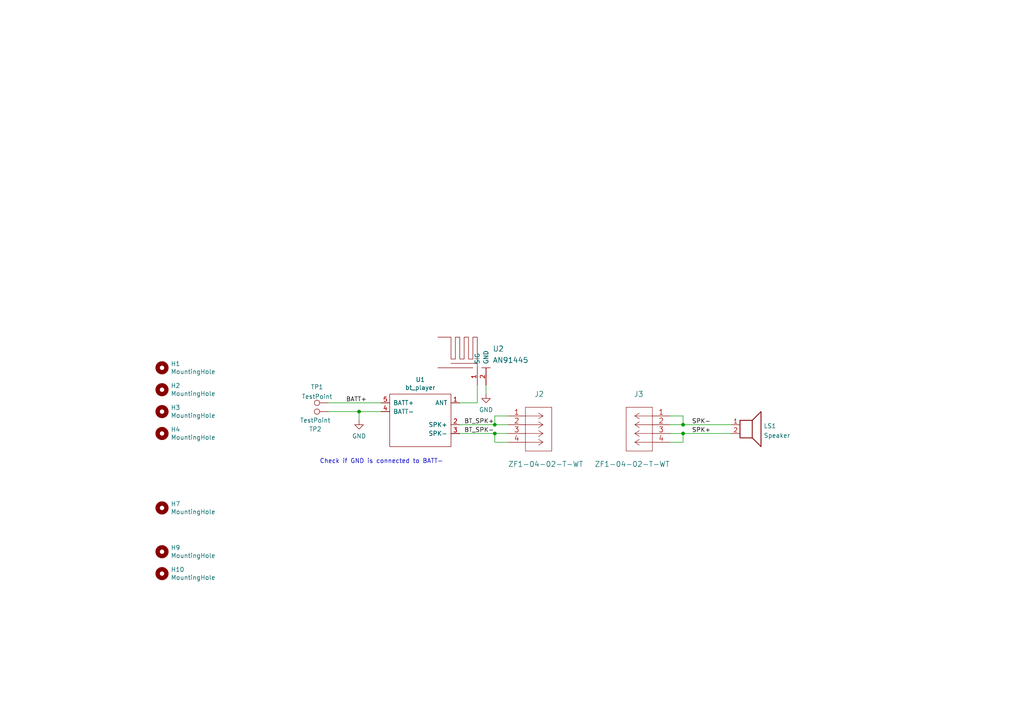
<source format=kicad_sch>
(kicad_sch (version 20211123) (generator eeschema)
  (paper "A4")
  (lib_symbols
    (symbol "Antennas:AN91445" (pin_names (offset 1.016))
      (property "Reference" "U" (at 1.27 8.89 0))
      (property "Value" "AN91445" (at 8.89 8.89 0))
      (symbol "AN91445_0_1"
        (polyline (pts (xy -1.27 -1.27) (xy -3.81 -1.27)))
        (polyline (pts (xy 0 0) (xy 0 -1.27)))
        (polyline (pts (xy 0 0) (xy 7.62 0)))
        (polyline (pts (xy 1.27 -1.27) (xy 11.43 -1.27)))
        (polyline (pts (xy 0 0) (xy 0 7.62) (xy 1.27 7.62) (xy 1.27 1.27) (xy 2.54 1.27) (xy 2.54 7.62) (xy 3.81 7.62) (xy 3.81 1.27) (xy 5.08 1.27) (xy 5.08 7.62) (xy 6.35 7.62) (xy 6.35 1.27) (xy 7.62 1.27) (xy 7.62 7.62) (xy 11.43 7.62)))
      )
      (symbol "AN91445_1_1"
        (pin input line (at 0 -6.35 90) (length 5.08) (name "SIG") (number "1"))
        (pin input line (at -2.54 -6.35 90) (length 5.08) (name "GND") (number "2"))
      )
    )
    (symbol "Connector:TestPoint" (pin_numbers hide) (pin_names (offset 0.762) hide)
      (property "Reference" "TP" (at 0 6.858 0))
      (property "Value" "TestPoint" (at 0 5.08 0))
      (symbol "TestPoint_0_1"
        (circle (center 0 3.302) (radius 0.762))
      )
      (symbol "TestPoint_1_1"
        (pin passive line (at 0 0 90) (length 2.54) (name "1") (number "1"))
      )
    )
    (symbol "Connector_Samtec_ZF1:ZF1-04-02-T-WT" (pin_names (offset 0.254) hide)
      (property "Reference" "J" (at 8.89 6.35 0))
      (property "Value" "ZF1-04-02-T-WT" (at 10.16 -5.08 0))
      (symbol "ZF1-04-02-T-WT_1_1"
        (polyline (pts (xy 5.08 -10.16) (xy 12.7 -10.16)) (stroke (width 0.127)))
        (polyline (pts (xy 5.08 2.54) (xy 5.08 -10.16)) (stroke (width 0.127)))
        (polyline (pts (xy 10.16 -7.62) (xy 5.08 -7.62)) (stroke (width 0.127)))
        (polyline (pts (xy 10.16 -7.62) (xy 8.89 -8.4582)) (stroke (width 0.127)))
        (polyline (pts (xy 10.16 -7.62) (xy 8.89 -6.7818)) (stroke (width 0.127)))
        (polyline (pts (xy 10.16 -5.08) (xy 5.08 -5.08)) (stroke (width 0.127)))
        (polyline (pts (xy 10.16 -5.08) (xy 8.89 -5.9182)) (stroke (width 0.127)))
        (polyline (pts (xy 10.16 -5.08) (xy 8.89 -4.2418)) (stroke (width 0.127)))
        (polyline (pts (xy 10.16 -2.54) (xy 5.08 -2.54)) (stroke (width 0.127)))
        (polyline (pts (xy 10.16 -2.54) (xy 8.89 -3.3782)) (stroke (width 0.127)))
        (polyline (pts (xy 10.16 -2.54) (xy 8.89 -1.7018)) (stroke (width 0.127)))
        (polyline (pts (xy 10.16 0) (xy 5.08 0)) (stroke (width 0.127)))
        (polyline (pts (xy 10.16 0) (xy 8.89 -0.8382)) (stroke (width 0.127)))
        (polyline (pts (xy 10.16 0) (xy 8.89 0.8382)) (stroke (width 0.127)))
        (polyline (pts (xy 12.7 -10.16) (xy 12.7 2.54)) (stroke (width 0.127)))
        (polyline (pts (xy 12.7 2.54) (xy 5.08 2.54)) (stroke (width 0.127)))
        (pin unspecified line (at 0 0 0) (length 5.08) (name "1") (number "1"))
        (pin unspecified line (at 0 -2.54 0) (length 5.08) (name "2") (number "2"))
        (pin unspecified line (at 0 -5.08 0) (length 5.08) (name "3") (number "3"))
        (pin unspecified line (at 0 -7.62 0) (length 5.08) (name "4") (number "4"))
      )
    )
    (symbol "Device:Speaker" (pin_names (offset 0) hide)
      (property "Reference" "LS" (at 1.27 5.715 0))
      (property "Value" "Speaker" (at 1.27 3.81 0))
      (symbol "Speaker_0_0"
        (rectangle (start -2.54 1.27) (end 1.016 -3.81) (stroke (width 0.254)))
        (polyline (pts (xy 1.016 1.27) (xy 3.556 3.81) (xy 3.556 -6.35) (xy 1.016 -3.81)) (stroke (width 0.254)))
      )
      (symbol "Speaker_1_1"
        (pin input line (at -5.08 0 0) (length 2.54) (name "1") (number "1"))
        (pin input line (at -5.08 -2.54 0) (length 2.54) (name "2") (number "2"))
      )
    )
    (symbol "Device:bt_player" (pin_names (offset 1.016))
      (property "Reference" "U" (at -1.27 6.35 0))
      (property "Value" "Device_bt_player" (at -1.27 -11.43 0))
      (symbol "bt_player_0_1"
        (rectangle (start -13.97 5.08) (end 3.81 -10.16))
      )
      (symbol "bt_player_1_1"
        (pin input line (at 6.35 2.54 180) (length 2.54) (name "ANT") (number "1"))
        (pin input line (at 6.35 -3.81 180) (length 2.54) (name "SPK+") (number "2"))
        (pin input line (at 6.35 -6.35 180) (length 2.54) (name "SPK-") (number "3"))
        (pin input line (at -16.51 0 0) (length 2.54) (name "BATT-") (number "4"))
        (pin input line (at -16.51 2.54 0) (length 2.54) (name "BATT+") (number "5"))
      )
    )
    (symbol "Mechanical:MountingHole" (pin_names (offset 1.016))
      (property "Reference" "H" (at 0 5.08 0))
      (property "Value" "MountingHole" (at 0 3.175 0))
      (symbol "MountingHole_0_1"
        (circle (center 0 0) (radius 1.27) (stroke (width 1.27)))
      )
    )
    (symbol "power:GND" (power) (pin_names (offset 0))
      (property "Value" "GND" (at 0 -3.81 0))
      (symbol "GND_0_1"
        (polyline (pts (xy 0 0) (xy 0 -1.27) (xy 1.27 -1.27) (xy 0 -2.54) (xy -1.27 -1.27) (xy 0 -1.27)))
      )
      (symbol "GND_1_1"
        (pin power_in line (at 0 0 270) (length 0) hide (name "GND") (number "1"))
      )
    )
  )
  (junction (at 143.51 123.19))
  (junction (at 198.12 125.73))
  (junction (at 143.51 125.73))
  (junction (at 104.14 119.38))
  (junction (at 198.12 123.19))
  (wire (pts (xy 143.51 125.73) (xy 147.32 125.73)))
  (wire (pts (xy 140.97 111.76) (xy 140.97 114.3)))
  (wire (pts (xy 194.31 120.65) (xy 198.12 120.65)))
  (wire (pts (xy 198.12 128.27) (xy 198.12 125.73)))
  (wire (pts (xy 194.31 128.27) (xy 198.12 128.27)))
  (wire (pts (xy 143.51 128.27) (xy 143.51 125.73)))
  (wire (pts (xy 198.12 123.19) (xy 212.09 123.19)))
  (wire (pts (xy 95.25 116.84) (xy 110.49 116.84)))
  (wire (pts (xy 138.43 111.76) (xy 138.43 116.84)))
  (wire (pts (xy 138.43 116.84) (xy 133.35 116.84)))
  (wire (pts (xy 194.31 125.73) (xy 198.12 125.73)))
  (wire (pts (xy 133.35 123.19) (xy 143.51 123.19)))
  (wire (pts (xy 133.35 125.73) (xy 143.51 125.73)))
  (wire (pts (xy 104.14 119.38) (xy 110.49 119.38)))
  (wire (pts (xy 194.31 123.19) (xy 198.12 123.19)))
  (wire (pts (xy 104.14 119.38) (xy 104.14 121.92)))
  (wire (pts (xy 147.32 128.27) (xy 143.51 128.27)))
  (wire (pts (xy 198.12 125.73) (xy 212.09 125.73)))
  (wire (pts (xy 147.32 120.65) (xy 143.51 120.65)))
  (wire (pts (xy 95.25 119.38) (xy 104.14 119.38)))
  (wire (pts (xy 143.51 123.19) (xy 147.32 123.19)))
  (wire (pts (xy 198.12 120.65) (xy 198.12 123.19)))
  (wire (pts (xy 143.51 120.65) (xy 143.51 123.19)))
  (text "Check if GND is connected to BATT-\n" (at 92.71 134.62 0) (effects (font (size 1.27 1.27)) (justify left bottom)))
  (label "BT_SPK+" (at 134.62 123.19 0))
  (label "SPK-" (at 200.66 123.19 0))
  (label "BT_SPK-" (at 134.62 125.73 0))
  (label "SPK+" (at 200.66 125.73 0))
  (label "BATT+" (at 100.33 116.84 0))
  (symbol (lib_id "Device:bt_player") (at 127 119.38 0) (unit 1)
    (property "Reference" "U1" (at 121.92 110.109 0))
    (property "Value" "bt_player" (at 121.92 112.4204 0))
    (property "Footprint" "MySymbols:bt_player" (effects hide))
  )
  (symbol (lib_id "Mechanical:MountingHole") (at 46.99 147.32 0) (unit 1)
    (property "Reference" "H7" (at 49.53 146.1516 0) (effects (justify left)))
    (property "Value" "MountingHole" (at 49.53 148.463 0) (effects (justify left)))
    (property "Footprint" "MountingHole:MountingHole_2.1mm" (effects hide))
  )
  (symbol (lib_id "Mechanical:MountingHole") (at 46.99 160.02 0) (unit 1)
    (property "Reference" "H9" (at 49.53 158.8516 0) (effects (justify left)))
    (property "Value" "MountingHole" (at 49.53 161.163 0) (effects (justify left)))
    (property "Footprint" "MountingHole:MountingHole_2.1mm" (effects hide))
  )
  (symbol (lib_id "Mechanical:MountingHole") (at 46.99 166.37 0) (unit 1)
    (property "Reference" "H10" (at 49.53 165.2016 0) (effects (justify left)))
    (property "Value" "MountingHole" (at 49.53 167.513 0) (effects (justify left)))
    (property "Footprint" "MountingHole:MountingHole_2.1mm" (effects hide))
  )
  (symbol (lib_id "Mechanical:MountingHole") (at 46.99 125.73 0) (unit 1)
    (property "Reference" "H4" (at 49.53 124.5616 0) (effects (justify left)))
    (property "Value" "MountingHole" (at 49.53 126.873 0) (effects (justify left)))
    (property "Footprint" "MountingHole:MountingHole_2.1mm" (effects hide))
  )
  (symbol (lib_id "Mechanical:MountingHole") (at 46.99 119.38 0) (unit 1)
    (property "Reference" "H3" (at 49.53 118.2116 0) (effects (justify left)))
    (property "Value" "MountingHole" (at 49.53 120.523 0) (effects (justify left)))
    (property "Footprint" "MountingHole:MountingHole_2.1mm" (effects hide))
  )
  (symbol (lib_id "Mechanical:MountingHole") (at 46.99 113.03 0) (unit 1)
    (property "Reference" "H2" (at 49.53 111.8616 0) (effects (justify left)))
    (property "Value" "MountingHole" (at 49.53 114.173 0) (effects (justify left)))
    (property "Footprint" "MountingHole:MountingHole_2.1mm" (effects hide))
  )
  (symbol (lib_id "Mechanical:MountingHole") (at 46.99 106.68 0) (unit 1)
    (property "Reference" "H1" (at 49.53 105.5116 0) (effects (justify left)))
    (property "Value" "MountingHole" (at 49.53 107.823 0) (effects (justify left)))
    (property "Footprint" "MountingHole:MountingHole_2.1mm" (effects hide))
  )
  (symbol (lib_id "Connector:TestPoint") (at 95.25 119.38 90) (unit 1)
    (property "Reference" "TP2" (at 91.44 124.46 90))
    (property "Value" "TestPoint" (at 91.44 121.92 90))
    (property "Footprint" "TestPoint:TestPoint_Pad_D2.5mm" (effects hide))
  )
  (symbol (lib_id "power:GND") (at 104.14 121.92 0) (unit 1)
    (property "Reference" "#PWR0102" (effects hide))
    (property "Value" "GND" (at 104.14 126.4825 0))
  )
  (symbol (lib_id "power:GND") (at 140.97 114.3 0) (unit 1)
    (property "Reference" "#PWR0101" (effects hide))
    (property "Value" "GND" (at 140.97 118.8625 0))
  )
  (symbol (lib_id "Connector_Samtec_ZF1:ZF1-04-02-T-WT") (at 194.31 120.65 0) (mirror y) (unit 1)
    (property "Reference" "J3" (at 186.69 114.3 0) (effects (font (size 1.524 1.524)) (justify left)))
    (property "Value" "ZF1-04-02-T-WT" (at 194.31 134.62 0) (effects (font (size 1.524 1.524)) (justify left)))
    (property "Footprint" "Connector_Samtec_ZF_smd:ZF1-04-02-T-WT" (effects hide))
  )
  (symbol (lib_id "Device:Speaker") (at 217.17 123.19 0) (unit 1)
    (property "Reference" "LS1" (at 221.488 123.5515 0) (effects (justify left)))
    (property "Value" "Speaker" (at 221.488 126.3266 0) (effects (justify left)))
    (property "Footprint" "Buzzer_Beeper:Iphone-speaker" (effects hide))
  )
  (symbol (lib_id "Connector_Samtec_ZF1:ZF1-04-02-T-WT") (at 147.32 120.65 0) (unit 1)
    (property "Reference" "J2" (at 154.94 114.3 0) (effects (font (size 1.524 1.524)) (justify left)))
    (property "Value" "ZF1-04-02-T-WT" (at 147.32 134.62 0) (effects (font (size 1.524 1.524)) (justify left)))
    (property "Footprint" "Connector_Samtec_ZF_smd:ZF1-04-02-T-WT" (effects hide))
  )
  (symbol (lib_id "Antennas:AN91445") (at 138.43 105.41 0) (mirror y) (unit 1)
    (property "Reference" "U2" (at 142.875 101.1703 0) (effects (font (size 1.524 1.524)) (justify right)))
    (property "Value" "AN91445" (at 142.875 104.4493 0) (effects (font (size 1.524 1.524)) (justify right)))
    (property "Footprint" "Antennas:AN91445" (effects hide))
  )
  (symbol (lib_id "Connector:TestPoint") (at 95.25 116.84 90) (unit 1)
    (property "Reference" "TP1" (at 91.948 112.2385 90))
    (property "Value" "TestPoint" (at 91.948 115.0136 90))
    (property "Footprint" "TestPoint:TestPoint_Pad_D2.5mm" (effects hide))
  )
)
</source>
